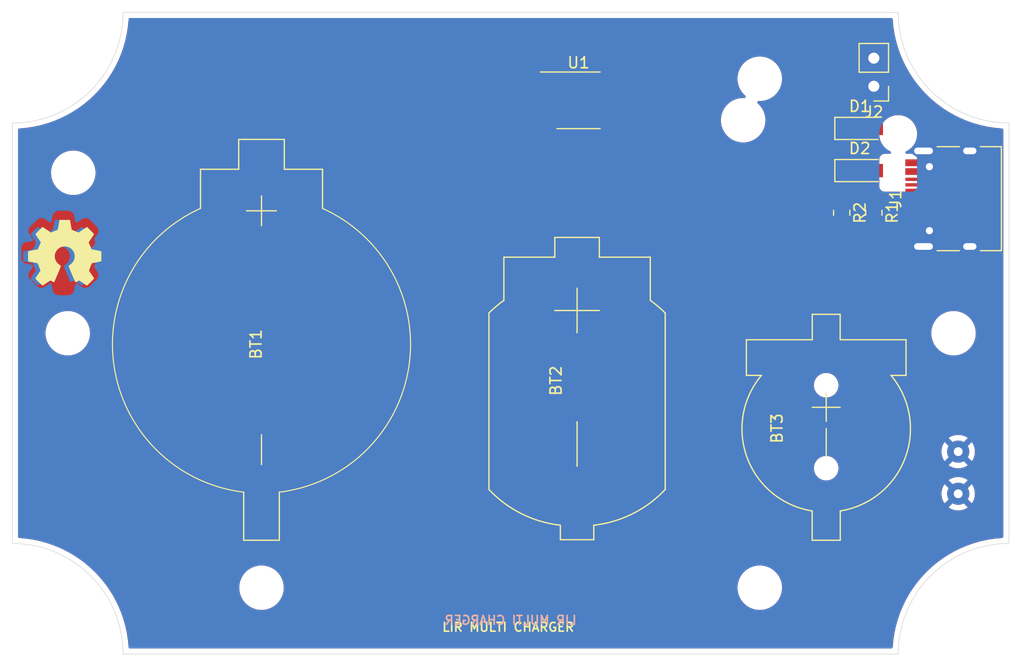
<source format=kicad_pcb>
(kicad_pcb (version 20211014) (generator pcbnew)
  (title_block (title "MCU PROTO 100x68") (company "Galopago"))
  (layers (0 "F.Cu" signal) (31 "B.Cu" signal) (34 "B.Paste" user) (35 "F.Paste" user) (36 "B.SilkS" user "B.Silkscreen") (37 "F.SilkS" user "F.Silkscreen") (38 "B.Mask" user) (39 "F.Mask" user) (44 "Edge.Cuts" user))
  (net 0 "")
  (net 3 "Net-(J11-Pad1)")
  (net 8 "Net-(D1-Pad2)")
  (net 9 "Net-(D2-Pad2)")
  (net 10 "GND")
  (net 11 "Net-(J1-PadA5)")
  (net 12 "Net-(J1-PadA6)")
  (net 13 "Net-(J1-PadA7)")
  (net 15 "Net-(J1-PadB5)")
  (net 18 "Net-(D2-Pad1)")
  (footprint "MountingHole:MountingHole_3mm" (layer "F.Cu") (at 105 129)
    (fp_text reference "H2" hide)
    (fp_text value "MountingHole")
    (pad "" np_thru_hole circle locked (at 0 0) (size 3 3) (drill 3) (layers *.Cu *.Mask))
  )
  (footprint "MountingHole:MountingHole_3mm" (layer "F.Cu") (at 122.5 152)
    (fp_text reference "H3" hide)
    (fp_text value "MountingHole")
    (pad "" np_thru_hole circle locked (at 0 0) (size 3 3) (drill 3) (layers *.Cu *.Mask))
  )
  (footprint "MountingHole:MountingHole_3mm" (layer "F.Cu") (at 185 129)
    (fp_text reference "H5" hide)
    (fp_text value "MountingHole")
    (pad "" np_thru_hole circle locked (at 0 0) (size 3 3) (drill 3) (layers *.Cu *.Mask))
  )
  (footprint "Symbol:OSHW-Symbol_6.7x6mm_SilkScreen" (layer "F.Cu") (at 104.71912 121.73712)
    (fp_text reference "REF**" hide)
    (fp_text value "OSHW-Symbol_6.7x6mm_SilkScreen" hide)
    (fp_poly (pts (xy 0.555814 -2.531069) (xy 0.639635 -2.086445) (xy 0.94892 -1.958947) (xy 1.258206 -1.831449) (xy 1.629246 -2.083754) (xy 1.733157 -2.154004) (xy 1.827087 -2.216728) (xy 1.906652 -2.269062) (xy 1.96747 -2.308143) (xy 2.005157 -2.331107) (xy 2.015421 -2.336058) (xy 2.03391 -2.323324) (xy 2.07342 -2.288118) (xy 2.129522 -2.234938) (xy 2.197787 -2.168282) (xy 2.273786 -2.092646) (xy 2.353092 -2.012528) (xy 2.431275 -1.932426) (xy 2.503907 -1.856836) (xy 2.566559 -1.790255) (xy 2.614803 -1.737182) (xy 2.64421 -1.702113) (xy 2.651241 -1.690377) (xy 2.641123 -1.66874) (xy 2.612759 -1.621338) (xy 2.569129 -1.552807) (xy 2.513218 -1.467785) (xy 2.448006 -1.370907) (xy 2.410219 -1.31565) (xy 2.341343 -1.214752) (xy 2.28014 -1.123701) (xy 2.229578 -1.04703) (xy 2.192628 -0.989272) (xy 2.172258 -0.954957) (xy 2.169197 -0.947746) (xy 2.176136 -0.927252) (xy 2.195051 -0.879487) (xy 2.223087 -0.811168) (xy 2.257391 -0.729011) (xy 2.295109 -0.63973) (xy 2.333387 -0.550042) (xy 2.36937 -0.466662) (xy 2.400206 -0.396306) (xy 2.423039 -0.34569) (xy 2.435017 -0.321529) (xy 2.435724 -0.320578) (xy 2.454531 -0.315964) (xy 2.504618 -0.305672) (xy 2.580793 -0.290713) (xy 2.677865 -0.272099) (xy 2.790643 -0.250841) (xy 2.856442 -0.238582) (xy 2.97695 -0.215638) (xy 3.085797 -0.193805) (xy 3.177476 -0.174278) (xy 3.246481 -0.158252) (xy 3.287304 -0.146921) (xy 3.295511 -0.143326) (xy 3.303548 -0.118994) (xy 3.310033 -0.064041) (xy 3.31497 0.015108) (xy 3.318364 0.112026) (xy 3.320218 0.220287) (xy 3.320538 0.333465) (xy 3.319327 0.445135) (xy 3.31659 0.548868) (xy 3.312331 0.638241) (xy 3.306555 0.706826) (xy 3.299267 0.748197) (xy 3.294895 0.75681) (xy 3.268764 0.767133) (xy 3.213393 0.781892) (xy 3.136107 0.799352) (xy 3.04423 0.81778) (xy 3.012158 0.823741) (xy 2.857524 0.852066) (xy 2.735375 0.874876) (xy 2.641673 0.89308) (xy 2.572384 0.907583) (xy 2.523471 0.919292) (xy 2.490897 0.929115) (xy 2.470628 0.937956) (xy 2.458626 0.946724) (xy 2.456947 0.948457) (xy 2.440184 0.976371) (xy 2.414614 1.030695) (xy 2.382788 1.104777) (xy 2.34726 1.191965) (xy 2.310583 1.285608) (xy 2.275311 1.379052) (xy 2.243996 1.465647) (xy 2.219193 1.53874) (xy 2.203454 1.591678) (xy 2.199332 1.617811) (xy 2.199676 1.618726) (xy 2.213641 1.640086) (xy 2.245322 1.687084) (xy 2.291391 1.754827) (xy 2.348518 1.838423) (xy 2.413373 1.932982) (xy 2.431843 1.959854) (xy 2.497699 2.057275) (xy 2.55565 2.146163) (xy 2.602538 2.221412) (xy 2.635207 2.27792) (xy 2.6505 2.310581) (xy 2.651241 2.314593) (xy 2.638392 2.335684) (xy 2.602888 2.377464) (xy 2.549293 2.435445) (xy 2.482171 2.505135) (xy 2.406087 2.582045) (xy 2.325604 2.661683) (xy 2.245287 2.739561) (xy 2.169699 2.811186) (xy 2.103405 2.87207) (xy 2.050969 2.917721) (xy 2.016955 2.94365) (xy 2.007545 2.947883) (xy 1.985643 2.937912) (xy 1.9408 2.91102) (xy 1.880321 2.871736) (xy 1.833789 2.840117) (xy 1.749475 2.782098) (xy 1.649626 2.713784) (xy 1.549473 2.645579) (xy 1.495627 2.609075) (xy 1.313371 2.4858) (xy 1.160381 2.56852) (xy 1.090682 2.604759) (xy 1.031414 2.632926) (xy 0.991311 2.648991) (xy 0.981103 2.651226) (xy 0.968829 2.634722) (xy 0.944613 2.588082) (xy 0.910263 2.515609) (xy 0.867588 2.421606) (xy 0.818394 2.310374) (xy 0.76449 2.186215) (xy 0.707684 2.053432) (xy 0.649782 1.916327) (xy 0.592593 1.779202) (xy 0.537924 1.646358) (xy 0.487584 1.522098) (xy 0.44338 1.410725) (xy 0.407119 1.316539) (xy 0.380609 1.243844) (xy 0.365658 1.196941) (xy 0.363254 1.180833) (xy 0.382311 1.160286) (xy 0.424036 1.126933) (xy 0.479706 1.087702) (xy 0.484378 1.084599) (xy 0.628264 0.969423) (xy 0.744283 0.835053) (xy 0.83143 0.685784) (xy 0.888699 0.525913) (xy 0.915086 0.359737) (xy 0.909585 0.191552) (xy 0.87119 0.025655) (xy 0.798895 -0.133658) (xy 0.777626 -0.168513) (xy 0.666996 -0.309263) (xy 0.536302 -0.422286) (xy 0.390064 -0.506997) (xy 0.232808 -0.562806) (xy 0.069057 -0.589126) (xy -0.096667 -0.58537) (xy -0.259838 -0.55095) (xy -0.415935 -0.485277) (xy -0.560433 -0.387765) (xy -0.605131 -0.348187) (xy -0.718888 -0.224297) (xy -0.801782 -0.093876) (xy -0.858644 0.052315) (xy -0.890313 0.197088) (xy -0.898131 0.35986) (xy -0.872062 0.52344) (xy -0.814755 0.682298) (xy -0.728856 0.830906) (xy -0.617014 0.963735) (xy -0.481877 1.075256) (xy -0.464117 1.087011) (xy -0.40785 1.125508) (xy -0.365077 1.158863) (xy -0.344628 1.18016) (xy -0.344331 1.180833) (xy -0.348721 1.203871) (xy -0.366124 1.256157) (xy -0.394732 1.33339) (xy -0.432735 1.431268) (xy -0.478326 1.545491) (xy -0.529697 1.671758) (xy -0.585038 1.805767) (xy -0.642542 1.943218) (xy -0.700399 2.079808) (xy -0.756802 2.211237) (xy -0.809942 2.333205) (xy -0.85801 2.441409) (xy -0.899199 2.531549) (xy -0.931699 2.599323) (xy -0.953703 2.64043) (xy -0.962564 2.651226) (xy -0.98964 2.642819) (xy -1.040303 2.620272) (xy -1.105817 2.587613) (xy -1.141841 2.56852) (xy -1.294832 2.4858) (xy -1.477088 2.609075) (xy -1.570125 2.672228) (xy -1.671985 2.741727) (xy -1.767438 2.807165) (xy -1.81525 2.840117) (xy -1.882495 2.885273) (xy -1.939436 2.921057) (xy -1.978646 2.942938) (xy -1.991381 2.947563) (xy -2.009917 2.935085) (xy -2.050941 2.900252) (xy -2.110475 2.846678) (xy -2.184542 2.777983) (xy -2.269165 2.697781) (xy -2.322685 2.646286) (xy -2.416319 2.554286) (xy -2.497241 2.471999) (xy -2.562177 2.402945) (xy -2.607858 2.350644) (xy -2.631011 2.318616) (xy -2.633232 2.312116) (xy -2.622924 2.287394) (xy -2.594439 2.237405) (xy -2.550937 2.167212) (xy -2.495577 2.081875) (xy -2.43152 1.986456) (xy -2.413303 1.959854) (xy -2.346927 1.863167) (xy -2.287378 1.776117) (xy -2.237984 1.703595) (xy -2.202075 1.650493) (xy -2.182981 1.621703) (xy -2.181136 1.618726) (xy -2.183895 1.595782) (xy -2.198538 1.545336) (xy -2.222513 1.474041) (xy -2.253266 1.388547) (xy -2.288244 1.295507) (xy -2.324893 1.201574) (xy -2.360661 1.113399) (xy -2.392994 1.037634) (xy -2.419338 0.980931) (xy -2.437142 0.949943) (xy -2.438407 0.948457) (xy -2.449294 0.939601) (xy -2.467682 0.930843) (xy -2.497606 0.921277) (xy -2.543103 0.909996) (xy -2.608209 0.896093) (xy -2.696961 0.878663) (xy -2.813393 0.856798) (xy -2.961542 0.829591) (xy -2.993618 0.823741) (xy -3.088686 0.805374) (xy -3.171565 0.787405) (xy -3.23493 0.771569) (xy -3.271458 0.7596) (xy -3.276356 0.75681) (xy -3.284427 0.732072) (xy -3.290987 0.67679) (xy -3.296033 0.597389) (xy -3.299559 0.500296) (xy -3.301561 0.391938) (xy -3.302036 0.27874) (xy -3.300977 0.167128) (xy -3.298382 0.063529) (xy -3.294246 -0.025632) (xy -3.288563 -0.093928) (xy -3.281331 -0.134934) (xy -3.276971 -0.143326) (xy -3.252698 -0.151792) (xy -3.197426 -0.165565) (xy -3.116662 -0.18345) (xy -3.015912 -0.204252) (xy -2.900683 -0.226777) (xy -2.837902 -0.238582) (xy -2.718787 -0.260849) (xy -2.612565 -0.281021) (xy -2.524427 -0.298085) (xy -2.459566 -0.311031) (xy -2.423174 -0.318845) (xy -2.417184 -0.320578) (xy -2.407061 -0.34011) (xy -2.385662 -0.387157) (xy -2.355839 -0.454997) (xy -2.320445 -0.536909) (xy -2.282332 -0.626172) (xy -2.244353 -0.716065) (xy -2.20936 -0.799865) (xy -2.180206 -0.870853) (xy -2.159743 -0.922306) (xy -2.150823 -0.947503) (xy -2.150657 -0.948604) (xy -2.160769 -0.968481) (xy -2.189117 -1.014223) (xy -2.232723 -1.081283) (xy -2.288606 -1.165116) (xy -2.353787 -1.261174) (xy -2.391679 -1.31635) (xy -2.460725 -1.417519) (xy -2.52205 -1.50937) (xy -2.572663 -1.587256) (xy -2.609571 -1.646531) (xy -2.629782 -1.682549) (xy -2.632701 -1.690623) (xy -2.620153 -1.709416) (xy -2.585463 -1.749543) (xy -2.533063 -1.806507) (xy -2.467384 -1.875815) (xy -2.392856 -1.952969) (xy -2.313913 -2.033475) (xy -2.234983 -2.112837) (xy -2.1605 -2.18656) (xy -2.094894 -2.250148) (xy -2.042596 -2.299106) (xy -2.008039 -2.328939) (xy -1.996478 -2.336058) (xy -1.977654 -2.326047) (xy -1.932631 -2.297922) (xy -1.865787 -2.254546) (xy -1.781499 -2.198782) (xy -1.684144 -2.133494) (xy -1.610707 -2.083754) (xy -1.239667 -1.831449) (xy -0.621095 -2.086445) (xy -0.537275 -2.531069) (xy -0.453454 -2.975693) (xy 0.471994 -2.975693) (xy 0.555814 -2.531069)) (layer "F.SilkS") (width 0.01) (fill solid))
  )
  (footprint "MountingHole:MountingHole_3mm" (layer "F.Cu") (at 167.5 152)
    (fp_text reference "H6" hide)
    (fp_text value "MountingHole")
    (pad "" np_thru_hole circle locked (at 0 0) (size 3 3) (drill 3) (layers *.Cu *.Mask))
  )
  (footprint "Connector_Wire:SolderWirePad_1x01_Drill0.8mm" (layer "F.Cu") (at 185.42 139.7)
    (fp_text reference "J11" hide)
    (fp_text value "Conn_01x01_Male" hide)
    (pad "1" thru_hole circle locked (at 0 0) (size 1.99898 1.99898) (drill 0.8001) (layers *.Cu *.Mask) (net 3 "Net-(J11-Pad1)"))
  )
  (footprint "Connector_Wire:SolderWirePad_1x01_Drill0.8mm" (layer "F.Cu") (at 185.42 143.51)
    (fp_text reference "J12" hide)
    (fp_text value "Conn_01x01_Male" hide)
    (pad "1" thru_hole circle locked (at 0 0) (size 1.99898 1.99898) (drill 0.8001) (layers *.Cu *.Mask) (net 3 "Net-(J11-Pad1)"))
  )
  (footprint "MountingHole:MountingHole_3mm" (layer "F.Cu") (at 167.5 106)
    (fp_text reference "H4" hide)
    (fp_text value "MountingHole")
    (pad "" np_thru_hole circle locked (at 0 0) (size 3 3) (drill 3) (layers *.Cu *.Mask))
  )
  (footprint "MountingHole:MountingHole_3mm" (layer "F.Cu") (at 105.5 114.5)
    (fp_text reference "H2" hide)
    (fp_text value "MountingHole")
    (pad "" np_thru_hole circle locked (at 0 0) (size 3 3) (drill 3) (layers *.Cu *.Mask))
  )
  (footprint "MountingHole:MountingHole_3mm" (layer "F.Cu") (at 166 109.75)
    (fp_text reference "H4" hide)
    (fp_text value "MountingHole")
    (pad "" np_thru_hole circle locked (at 0 0) (size 3 3) (drill 3) (layers *.Cu *.Mask))
  )
  (footprint "Diode_SMD:D_SOD-123" (layer "F.Cu") (at 176.53 110.49)
    (fp_text reference "D1" (at 0 -2) (layer "F.SilkS"))
    (fp_text value "D_Schottky")
    (fp_line (start -2.25 1) (end 1.65 1) (layer "F.SilkS") (width 0.12))
    (fp_line (start -2.25 -1) (end 1.65 -1) (layer "F.SilkS") (width 0.12))
    (fp_line (start -2.25 -1) (end -2.25 1) (layer "F.SilkS") (width 0.12))
    (pad "1" smd rect (at -1.65 0) (size 0.9 1.2) (layers "F.Cu" "F.Paste" "F.Mask") (net 18 "Net-(D2-Pad1)"))
    (pad "2" smd rect (at 1.65 0) (size 0.9 1.2) (layers "F.Cu" "F.Paste" "F.Mask") (net 8 "Net-(D1-Pad2)"))
  )
  (footprint "Battery_Coin_SMD:CR2032" (layer "F.Cu") (at 151 135.2 90)
    (fp_text reference "BT2" (at 1.905 -1.905 90 unlocked) (layer "F.SilkS"))
    (fp_text value "Battery_Cell")
    (fp_line (start 9.17 -6.61) (end 13.075 -6.61) (layer "F.SilkS") (width 0.12))
    (fp_line (start -12.46 -1.51) (end -11.15 -1.51) (layer "F.SilkS") (width 0.12))
    (fp_line (start -7.92 7.96) (end 8.03 7.96) (layer "F.SilkS") (width 0.12))
    (fp_line (start 9.17 6.61) (end 13.075 6.61) (layer "F.SilkS") (width 0.12))
    (fp_line (start 8.255 -2.01) (end 8.255 2.01) (layer "F.SilkS") (width 0.12))
    (fp_line (start 10.265 0) (end 6.245 0) (layer "F.SilkS") (width 0.12))
    (fp_line (start 14.86 -2.01) (end 14.86 2.01) (layer "F.SilkS") (width 0.12))
    (fp_line (start 13.075 -6.61) (end 13.075 -2.01) (layer "F.SilkS") (width 0.12))
    (fp_line (start 13.075 -2.01) (end 14.86 -2.01) (layer "F.SilkS") (width 0.12))
    (fp_line (start 13.075 2.01) (end 14.86 2.01) (layer "F.SilkS") (width 0.12))
    (fp_line (start -12.46 1.51) (end -11.15 1.51) (layer "F.SilkS") (width 0.12))
    (fp_line (start -12.46 -1.51) (end -12.46 1.51) (layer "F.SilkS") (width 0.12))
    (fp_line (start 13.075 2.01) (end 13.075 6.61) (layer "F.SilkS") (width 0.12))
    (fp_line (start -7.92 -7.96) (end 8.03 -7.96) (layer "F.SilkS") (width 0.12))
    (fp_line (start -1.8 0) (end -5.82 0) (layer "F.SilkS") (width 0.12))
    (fp_arc (start 8.03 -7.96) (mid 8.626226 -7.307146) (end 9.17 -6.61) (layer "F.SilkS") (width 0.12))
    (fp_arc (start 9.17 6.61) (mid 8.626226 7.307146) (end 8.03 7.96) (layer "F.SilkS") (width 0.12))
    (fp_arc (start -7.92 7.96) (mid -10.110912 5.023402) (end -11.15 1.51) (layer "F.SilkS") (width 0.12))
    (fp_arc (start -11.15 -1.51) (mid -10.110912 -5.023402) (end -7.92 -7.96) (layer "F.SilkS") (width 0.12))
    (pad "1" smd rect (at 13 0 90) (size 3.5 3.8) (layers "F.Cu" "F.Paste" "F.Mask"))
    (pad "2" smd rect (at -9.5 0 90) (size 5.7 2.8) (layers "F.Cu" "F.Paste" "F.Mask"))
  )
  (footprint "Connector_PinHeader_2.54mm:PinHeader_1x02_P2.54mm_Vertical" (layer "F.Cu") (at 177.8 106.68 180)
    (fp_text reference "J2" (at 0 -2.33) (layer "F.SilkS"))
    (fp_text value "Conn_01x02_Male")
    (fp_line (start -1.33 0) (end -1.33 -1.33) (layer "F.SilkS") (width 0.12))
    (fp_line (start -1.33 1.27) (end -1.33 3.87) (layer "F.SilkS") (width 0.12))
    (fp_line (start -1.33 -1.33) (end 0 -1.33) (layer "F.SilkS") (width 0.12))
    (fp_line (start -1.33 3.87) (end 1.33 3.87) (layer "F.SilkS") (width 0.12))
    (fp_line (start -1.33 1.27) (end 1.33 1.27) (layer "F.SilkS") (width 0.12))
    (fp_line (start 1.33 1.27) (end 1.33 3.87) (layer "F.SilkS") (width 0.12))
    (pad "1" thru_hole rect (at 0 0 180) (size 1.7 1.7) (drill 1) (layers *.Cu *.Mask) (net 8 "Net-(D1-Pad2)"))
    (pad "2" thru_hole oval (at 0 2.54 180) (size 1.7 1.7) (drill 1) (layers *.Cu *.Mask) (net 10 "GND"))
  )
  (footprint "Battery_Coin_SMD:CR1220" (layer "F.Cu") (at 173.5 137.6 90)
    (fp_text reference "BT3" (at 0 -4.445 90 unlocked) (layer "F.SilkS"))
    (fp_text value "Battery_Cell")
    (fp_line (start 4.79 7.21) (end 4.79 5.85) (layer "F.SilkS") (width 0.12))
    (fp_line (start 4.79 7.21) (end 8.01 7.21) (layer "F.SilkS") (width 0.12))
    (fp_line (start 8.01 1.26) (end 10.31 1.26) (layer "F.SilkS") (width 0.12))
    (fp_line (start 8.01 -7.21) (end 8.01 -1.26) (layer "F.SilkS") (width 0.12))
    (fp_line (start -10.11 1.27) (end -7.46 1.27) (layer "F.SilkS") (width 0.12))
    (fp_line (start 4.79 -5.85) (end 4.79 -7.21) (layer "F.SilkS") (width 0.12))
    (fp_line (start 4.79 -7.21) (end 8.01 -7.21) (layer "F.SilkS") (width 0.12))
    (fp_line (start 10.31 -1.26) (end 10.31 1.26) (layer "F.SilkS") (width 0.12))
    (fp_line (start -0.02 0) (end -2.54 0) (layer "F.SilkS") (width 0.12))
    (fp_line (start 1.905 -1.26) (end 1.905 1.26) (layer "F.SilkS") (width 0.12))
    (fp_line (start -10.11 -1.27) (end -7.46 -1.27) (layer "F.SilkS") (width 0.12))
    (fp_line (start 8.01 -1.26) (end 10.31 -1.26) (layer "F.SilkS") (width 0.12))
    (fp_line (start 8.01 1.26) (end 8.01 7.21) (layer "F.SilkS") (width 0.12))
    (fp_line (start -10.11 -1.27) (end -10.11 1.27) (layer "F.SilkS") (width 0.12))
    (fp_line (start 3.165 0) (end 0.645 0) (layer "F.SilkS") (width 0.12))
    (fp_arc (start 4.79 5.85) (mid -2.670488 7.131994) (end -7.46 1.27) (layer "F.SilkS") (width 0.12))
    (fp_arc (start -7.46 -1.27) (mid -2.670488 -7.131994) (end 4.79 -5.85) (layer "F.SilkS") (width 0.12))
    (pad "" np_thru_hole circle (at 3.9 0 90) (size 1.2 1.2) (drill 1.2) (layers F&B.Cu *.Mask))
    (pad "" np_thru_hole circle (at -3.6 0 90) (size 1.2 1.2) (drill 1.2) (layers F&B.Cu *.Mask))
    (pad "1" smd rect (at 8 0 90) (size 4.4 2.3) (layers "F.Cu" "F.Paste" "F.Mask"))
    (pad "2" smd rect (at -8 0 90) (size 4 2.3) (layers "F.Cu" "F.Paste" "F.Mask"))
  )
  (footprint "Connector_USB:USB_C_Receptacle_HRO_TYPE-C-31-M-12" (layer "F.Cu") (at 185.42 116.84 90)
    (fp_text reference "J1" (at 0 -5.645 90) (layer "F.SilkS"))
    (fp_text value "USB_C_Receptacle_USB2.0")
    (fp_line (start 4.7 2) (end 4.7 3.9) (layer "F.SilkS") (width 0.12))
    (fp_line (start 4.7 -1.9) (end 4.7 0.1) (layer "F.SilkS") (width 0.12))
    (fp_line (start -4.7 -1.9) (end -4.7 0.1) (layer "F.SilkS") (width 0.12))
    (fp_line (start -4.7 3.9) (end 4.7 3.9) (layer "F.SilkS") (width 0.12))
    (fp_line (start -4.7 2) (end -4.7 3.9) (layer "F.SilkS") (width 0.12))
    (pad "" np_thru_hole circle (at -2.89 -2.6 90) (size 0.65 0.65) (drill 0.65) (layers *.Cu *.Mask))
    (pad "" np_thru_hole circle (at 2.89 -2.6 90) (size 0.65 0.65) (drill 0.65) (layers *.Cu *.Mask))
    (pad "A1" smd rect (at -3.25 -4.045 90) (size 0.6 1.45) (layers "F.Cu" "F.Paste" "F.Mask") (net 10 "GND"))
    (pad "A4" smd rect (at -2.45 -4.045 90) (size 0.6 1.45) (layers "F.Cu" "F.Paste" "F.Mask") (net 9 "Net-(D2-Pad2)"))
    (pad "A5" smd rect (at -1.25 -4.045 90) (size 0.3 1.45) (layers "F.Cu" "F.Paste" "F.Mask") (net 11 "Net-(J1-PadA5)"))
    (pad "A6" smd rect (at -0.25 -4.045 90) (size 0.3 1.45) (layers "F.Cu" "F.Paste" "F.Mask") (net 12 "Net-(J1-PadA6)"))
    (pad "A7" smd rect (at 0.25 -4.045 90) (size 0.3 1.45) (layers "F.Cu" "F.Paste" "F.Mask") (net 13 "Net-(J1-PadA7)"))
    (pad "A8" smd rect (at 1.25 -4.045 90) (size 0.3 1.45) (layers "F.Cu" "F.Paste" "F.Mask"))
    (pad "A9" smd rect (at 2.45 -4.045 90) (size 0.6 1.45) (layers "F.Cu" "F.Paste" "F.Mask") (net 9 "Net-(D2-Pad2)"))
    (pad "A12" smd rect (at 3.25 -4.045 90) (size 0.6 1.45) (layers "F.Cu" "F.Paste" "F.Mask") (net 10 "GND"))
    (pad "B1" smd rect (at 3.25 -4.045 90) (size 0.6 1.45) (layers "F.Cu" "F.Paste" "F.Mask") (net 10 "GND"))
    (pad "B4" smd rect (at 2.45 -4.045 90) (size 0.6 1.45) (layers "F.Cu" "F.Paste" "F.Mask") (net 9 "Net-(D2-Pad2)"))
    (pad "B5" smd rect (at 1.75 -4.045 90) (size 0.3 1.45) (layers "F.Cu" "F.Paste" "F.Mask") (net 15 "Net-(J1-PadB5)"))
    (pad "B6" smd rect (at 0.75 -4.045 90) (size 0.3 1.45) (layers "F.Cu" "F.Paste" "F.Mask") (net 12 "Net-(J1-PadA6)"))
    (pad "B7" smd rect (at -0.75 -4.045 90) (size 0.3 1.45) (layers "F.Cu" "F.Paste" "F.Mask") (net 13 "Net-(J1-PadA7)"))
    (pad "B8" smd rect (at -1.75 -4.045 90) (size 0.3 1.45) (layers "F.Cu" "F.Paste" "F.Mask"))
    (pad "B9" smd rect (at -2.45 -4.045 90) (size 0.6 1.45) (layers "F.Cu" "F.Paste" "F.Mask") (net 9 "Net-(D2-Pad2)"))
    (pad "B12" smd rect (at -3.25 -4.045 90) (size 0.6 1.45) (layers "F.Cu" "F.Paste" "F.Mask") (net 10 "GND"))
    (pad "S1" thru_hole oval (at -4.32 -3.13 90) (size 1 2.1) (drill oval 0.6 1.7) (layers *.Cu *.Mask))
    (pad "S1" thru_hole oval (at 4.32 -3.13 90) (size 1 2.1) (drill oval 0.6 1.7) (layers *.Cu *.Mask))
    (pad "S1" thru_hole oval (at -4.32 1.05 90) (size 1 1.6) (drill oval 0.6 1.2) (layers *.Cu *.Mask))
    (pad "S1" thru_hole oval (at 4.32 1.05 90) (size 1 1.6) (drill oval 0.6 1.2) (layers *.Cu *.Mask))
  )
  (footprint "Battery_Coin_SMD:CR2450" (layer "F.Cu") (at 122.5 130 90)
    (fp_text reference "BT1" (at 0 -0.5 90 unlocked) (layer "F.SilkS"))
    (fp_text value "Battery_Cell")
    (fp_line (start 15.819 -2.06) (end 18.519 -2.06) (layer "F.SilkS") (width 0.12))
    (fp_line (start 10.715 0) (end 13.415 0) (layer "F.SilkS") (width 0.12))
    (fp_line (start 15.819 2.06) (end 15.819 5.51) (layer "F.SilkS") (width 0.12))
    (fp_line (start 15.819 -5.51) (end 15.819 -2.06) (layer "F.SilkS") (width 0.12))
    (fp_line (start 12.281 -5.51) (end 15.819 -5.51) (layer "F.SilkS") (width 0.12))
    (fp_line (start 15.819 2.06) (end 18.519 2.06) (layer "F.SilkS") (width 0.12))
    (fp_line (start -17.71 -1.61) (end -17.71 1.61) (layer "F.SilkS") (width 0.12))
    (fp_line (start -10.875 0) (end -8.175 0) (layer "F.SilkS") (width 0.12))
    (fp_line (start -17.71 -1.61) (end -13.363 -1.61) (layer "F.SilkS") (width 0.12))
    (fp_line (start 12.065 -1.35) (end 12.065 1.35) (layer "F.SilkS") (width 0.12))
    (fp_line (start -17.71 1.61) (end -13.363 1.61) (layer "F.SilkS") (width 0.12))
    (fp_line (start 18.519 -2.06) (end 18.519 2.06) (layer "F.SilkS") (width 0.12))
    (fp_line (start 12.281 5.51) (end 15.819 5.51) (layer "F.SilkS") (width 0.12))
    (fp_arc (start 12.280364 5.51) (mid -2.023662 13.306742) (end -13.363 1.61) (layer "F.SilkS") (width 0.1))
    (fp_arc (start -13.363 -1.61) (mid -2.023344 -13.306984) (end 12.281 -5.51) (layer "F.SilkS") (width 0.1))
    (pad "1" smd rect (at 16.259 0 90) (size 4.3 3.9) (layers "F.Cu" "F.Paste" "F.Mask"))
    (pad "2" smd rect (at -14.35 0 90) (size 6.5 3) (layers "F.Cu" "F.Paste" "F.Mask"))
  )
  (footprint "Package_SO:SOP-8_3.9x4.9mm_P1.27mm" (layer "F.Cu") (at 151.13 107.95)
    (fp_text reference "U1" (at 0 -3.4) (layer "F.SilkS"))
    (fp_text value "TP4056")
    (fp_line (start 0 -2.56) (end 1.95 -2.56) (layer "F.SilkS") (width 0.12))
    (fp_line (start 0 2.56) (end 1.95 2.56) (layer "F.SilkS") (width 0.12))
    (fp_line (start 0 -2.56) (end -3.45 -2.56) (layer "F.SilkS") (width 0.12))
    (fp_line (start 0 2.56) (end -1.95 2.56) (layer "F.SilkS") (width 0.12))
    (pad "1" smd roundrect (at -2.625 -1.905) (size 1.65 0.6) (layers "F.Cu" "F.Paste" "F.Mask"))
    (pad "2" smd roundrect (at -2.625 -0.635) (size 1.65 0.6) (layers "F.Cu" "F.Paste" "F.Mask"))
    (pad "3" smd roundrect (at -2.625 0.635) (size 1.65 0.6) (layers "F.Cu" "F.Paste" "F.Mask"))
    (pad "4" smd roundrect (at -2.625 1.905) (size 1.65 0.6) (layers "F.Cu" "F.Paste" "F.Mask"))
    (pad "5" smd roundrect (at 2.625 1.905) (size 1.65 0.6) (layers "F.Cu" "F.Paste" "F.Mask"))
    (pad "6" smd roundrect (at 2.625 0.635) (size 1.65 0.6) (layers "F.Cu" "F.Paste" "F.Mask"))
    (pad "7" smd roundrect (at 2.625 -0.635) (size 1.65 0.6) (layers "F.Cu" "F.Paste" "F.Mask"))
    (pad "8" smd roundrect (at 2.625 -1.905) (size 1.65 0.6) (layers "F.Cu" "F.Paste" "F.Mask"))
  )
  (footprint "Resistor_SMD:R_0805_2012Metric_Pad1.20x1.40mm_HandSolder" (layer "F.Cu") (at 177.8 118.11 -90)
    (fp_text reference "R1" (at 0 -1.65 90) (layer "F.SilkS"))
    (fp_text value "5.1K")
    (fp_line (start -0.227064 -0.735) (end 0.227064 -0.735) (layer "F.SilkS") (width 0.12))
    (fp_line (start -0.227064 0.735) (end 0.227064 0.735) (layer "F.SilkS") (width 0.12))
    (pad "1" smd roundrect (at -1 0 270) (size 1.2 1.4) (layers "F.Cu" "F.Paste" "F.Mask") (roundrect_rratio 0.208333) (net 15 "Net-(J1-PadB5)"))
    (pad "2" smd roundrect (at 1 0 270) (size 1.2 1.4) (layers "F.Cu" "F.Paste" "F.Mask") (roundrect_rratio 0.208333) (net 10 "GND"))
  )
  (footprint "Diode_SMD:D_SOD-123" (layer "F.Cu") (at 176.53 114.3)
    (fp_text reference "D2" (at 0 -2) (layer "F.SilkS"))
    (fp_text value "D_Schottky")
    (fp_line (start -2.25 1) (end 1.65 1) (layer "F.SilkS") (width 0.12))
    (fp_line (start -2.25 -1) (end 1.65 -1) (layer "F.SilkS") (width 0.12))
    (fp_line (start -2.25 -1) (end -2.25 1) (layer "F.SilkS") (width 0.12))
    (pad "1" smd rect (at -1.65 0) (size 0.9 1.2) (layers "F.Cu" "F.Paste" "F.Mask") (net 18 "Net-(D2-Pad1)"))
    (pad "2" smd rect (at 1.65 0) (size 0.9 1.2) (layers "F.Cu" "F.Paste" "F.Mask") (net 9 "Net-(D2-Pad2)"))
  )
  (footprint "Resistor_SMD:R_0805_2012Metric_Pad1.20x1.40mm_HandSolder" (layer "F.Cu") (at 174.9 118.11 -90)
    (fp_text reference "R2" (at 0 -1.65 90) (layer "F.SilkS"))
    (fp_text value "5.1K")
    (fp_line (start -0.227064 -0.735) (end 0.227064 -0.735) (layer "F.SilkS") (width 0.12))
    (fp_line (start -0.227064 0.735) (end 0.227064 0.735) (layer "F.SilkS") (width 0.12))
    (pad "1" smd roundrect (at -1 0 270) (size 1.2 1.4) (layers "F.Cu" "F.Paste" "F.Mask") (roundrect_rratio 0.208333) (net 11 "Net-(J1-PadA5)"))
    (pad "2" smd roundrect (at 1 0 270) (size 1.2 1.4) (layers "F.Cu" "F.Paste" "F.Mask") (roundrect_rratio 0.208333) (net 10 "GND"))
  )
  (footprint "Symbol:OSHW-Symbol_6.7x6mm_Copper" (layer "B.Cu") (at 104.30256 121.73712 180)
    (fp_text reference "REF**" hide)
    (fp_text value "OSHW-Symbol_6.7x6mm_Copper" hide)
    (fp_poly (pts (xy 0.555814 2.531069) (xy 0.639635 2.086445) (xy 0.94892 1.958947) (xy 1.258206 1.831449) (xy 1.629246 2.083754) (xy 1.733157 2.154004) (xy 1.827087 2.216728) (xy 1.906652 2.269062) (xy 1.96747 2.308143) (xy 2.005157 2.331107) (xy 2.015421 2.336058) (xy 2.03391 2.323324) (xy 2.07342 2.288118) (xy 2.129522 2.234938) (xy 2.197787 2.168282) (xy 2.273786 2.092646) (xy 2.353092 2.012528) (xy 2.431275 1.932426) (xy 2.503907 1.856836) (xy 2.566559 1.790255) (xy 2.614803 1.737182) (xy 2.64421 1.702113) (xy 2.651241 1.690377) (xy 2.641123 1.66874) (xy 2.612759 1.621338) (xy 2.569129 1.552807) (xy 2.513218 1.467785) (xy 2.448006 1.370907) (xy 2.410219 1.31565) (xy 2.341343 1.214752) (xy 2.28014 1.123701) (xy 2.229578 1.04703) (xy 2.192628 0.989272) (xy 2.172258 0.954957) (xy 2.169197 0.947746) (xy 2.176136 0.927252) (xy 2.195051 0.879487) (xy 2.223087 0.811168) (xy 2.257391 0.729011) (xy 2.295109 0.63973) (xy 2.333387 0.550042) (xy 2.36937 0.466662) (xy 2.400206 0.396306) (xy 2.423039 0.34569) (xy 2.435017 0.321529) (xy 2.435724 0.320578) (xy 2.454531 0.315964) (xy 2.504618 0.305672) (xy 2.580793 0.290713) (xy 2.677865 0.272099) (xy 2.790643 0.250841) (xy 2.856442 0.238582) (xy 2.97695 0.215638) (xy 3.085797 0.193805) (xy 3.177476 0.174278) (xy 3.246481 0.158252) (xy 3.287304 0.146921) (xy 3.295511 0.143326) (xy 3.303548 0.118994) (xy 3.310033 0.064041) (xy 3.31497 -0.015108) (xy 3.318364 -0.112026) (xy 3.320218 -0.220287) (xy 3.320538 -0.333465) (xy 3.319327 -0.445135) (xy 3.31659 -0.548868) (xy 3.312331 -0.638241) (xy 3.306555 -0.706826) (xy 3.299267 -0.748197) (xy 3.294895 -0.75681) (xy 3.268764 -0.767133) (xy 3.213393 -0.781892) (xy 3.136107 -0.799352) (xy 3.04423 -0.81778) (xy 3.012158 -0.823741) (xy 2.857524 -0.852066) (xy 2.735375 -0.874876) (xy 2.641673 -0.89308) (xy 2.572384 -0.907583) (xy 2.523471 -0.919292) (xy 2.490897 -0.929115) (xy 2.470628 -0.937956) (xy 2.458626 -0.946724) (xy 2.456947 -0.948457) (xy 2.440184 -0.976371) (xy 2.414614 -1.030695) (xy 2.382788 -1.104777) (xy 2.34726 -1.191965) (xy 2.310583 -1.285608) (xy 2.275311 -1.379052) (xy 2.243996 -1.465647) (xy 2.219193 -1.53874) (xy 2.203454 -1.591678) (xy 2.199332 -1.617811) (xy 2.199676 -1.618726) (xy 2.213641 -1.640086) (xy 2.245322 -1.687084) (xy 2.291391 -1.754827) (xy 2.348518 -1.838423) (xy 2.413373 -1.932982) (xy 2.431843 -1.959854) (xy 2.497699 -2.057275) (xy 2.55565 -2.146163) (xy 2.602538 -2.221412) (xy 2.635207 -2.27792) (xy 2.6505 -2.310581) (xy 2.651241 -2.314593) (xy 2.638392 -2.335684) (xy 2.602888 -2.377464) (xy 2.549293 -2.435445) (xy 2.482171 -2.505135) (xy 2.406087 -2.582045) (xy 2.325604 -2.661683) (xy 2.245287 -2.739561) (xy 2.169699 -2.811186) (xy 2.103405 -2.87207) (xy 2.050969 -2.917721) (xy 2.016955 -2.94365) (xy 2.007545 -2.947883) (xy 1.985643 -2.937912) (xy 1.9408 -2.91102) (xy 1.880321 -2.871736) (xy 1.833789 -2.840117) (xy 1.749475 -2.782098) (xy 1.649626 -2.713784) (xy 1.549473 -2.645579) (xy 1.495627 -2.609075) (xy 1.313371 -2.4858) (xy 1.160381 -2.56852) (xy 1.090682 -2.604759) (xy 1.031414 -2.632926) (xy 0.991311 -2.648991) (xy 0.981103 -2.651226) (xy 0.968829 -2.634722) (xy 0.944613 -2.588082) (xy 0.910263 -2.515609) (xy 0.867588 -2.421606) (xy 0.818394 -2.310374) (xy 0.76449 -2.186215) (xy 0.707684 -2.053432) (xy 0.649782 -1.916327) (xy 0.592593 -1.779202) (xy 0.537924 -1.646358) (xy 0.487584 -1.522098) (xy 0.44338 -1.410725) (xy 0.407119 -1.316539) (xy 0.380609 -1.243844) (xy 0.365658 -1.196941) (xy 0.363254 -1.180833) (xy 0.382311 -1.160286) (xy 0.424036 -1.126933) (xy 0.479706 -1.087702) (xy 0.484378 -1.084599) (xy 0.628264 -0.969423) (xy 0.744283 -0.835053) (xy 0.83143 -0.685784) (xy 0.888699 -0.525913) (xy 0.915086 -0.359737) (xy 0.909585 -0.191552) (xy 0.87119 -0.025655) (xy 0.798895 0.133658) (xy 0.777626 0.168513) (xy 0.666996 0.309263) (xy 0.536302 0.422286) (xy 0.390064 0.506997) (xy 0.232808 0.562806) (xy 0.069057 0.589126) (xy -0.096667 0.58537) (xy -0.259838 0.55095) (xy -0.415935 0.485277) (xy -0.560433 0.387765) (xy -0.605131 0.348187) (xy -0.718888 0.224297) (xy -0.801782 0.093876) (xy -0.858644 -0.052315) (xy -0.890313 -0.197088) (xy -0.898131 -0.35986) (xy -0.872062 -0.52344) (xy -0.814755 -0.682298) (xy -0.728856 -0.830906) (xy -0.617014 -0.963735) (xy -0.481877 -1.075256) (xy -0.464117 -1.087011) (xy -0.40785 -1.125508) (xy -0.365077 -1.158863) (xy -0.344628 -1.18016) (xy -0.344331 -1.180833) (xy -0.348721 -1.203871) (xy -0.366124 -1.256157) (xy -0.394732 -1.33339) (xy -0.432735 -1.431268) (xy -0.478326 -1.545491) (xy -0.529697 -1.671758) (xy -0.585038 -1.805767) (xy -0.642542 -1.943218) (xy -0.700399 -2.079808) (xy -0.756802 -2.211237) (xy -0.809942 -2.333205) (xy -0.85801 -2.441409) (xy -0.899199 -2.531549) (xy -0.931699 -2.599323) (xy -0.953703 -2.64043) (xy -0.962564 -2.651226) (xy -0.98964 -2.642819) (xy -1.040303 -2.620272) (xy -1.105817 -2.587613) (xy -1.141841 -2.56852) (xy -1.294832 -2.4858) (xy -1.477088 -2.609075) (xy -1.570125 -2.672228) (xy -1.671985 -2.741727) (xy -1.767438 -2.807165) (xy -1.81525 -2.840117) (xy -1.882495 -2.885273) (xy -1.939436 -2.921057) (xy -1.978646 -2.942938) (xy -1.991381 -2.947563) (xy -2.009917 -2.935085) (xy -2.050941 -2.900252) (xy -2.110475 -2.846678) (xy -2.184542 -2.777983) (xy -2.269165 -2.697781) (xy -2.322685 -2.646286) (xy -2.416319 -2.554286) (xy -2.497241 -2.471999) (xy -2.562177 -2.402945) (xy -2.607858 -2.350644) (xy -2.631011 -2.318616) (xy -2.633232 -2.312116) (xy -2.622924 -2.287394) (xy -2.594439 -2.237405) (xy -2.550937 -2.167212) (xy -2.495577 -2.081875) (xy -2.43152 -1.986456) (xy -2.413303 -1.959854) (xy -2.346927 -1.863167) (xy -2.287378 -1.776117) (xy -2.237984 -1.703595) (xy -2.202075 -1.650493) (xy -2.182981 -1.621703) (xy -2.181136 -1.618726) (xy -2.183895 -1.595782) (xy -2.198538 -1.545336) (xy -2.222513 -1.474041) (xy -2.253266 -1.388547) (xy -2.288244 -1.295507) (xy -2.324893 -1.201574) (xy -2.360661 -1.113399) (xy -2.392994 -1.037634) (xy -2.419338 -0.980931) (xy -2.437142 -0.949943) (xy -2.438407 -0.948457) (xy -2.449294 -0.939601) (xy -2.467682 -0.930843) (xy -2.497606 -0.921277) (xy -2.543103 -0.909996) (xy -2.608209 -0.896093) (xy -2.696961 -0.878663) (xy -2.813393 -0.856798) (xy -2.961542 -0.829591) (xy -2.993618 -0.823741) (xy -3.088686 -0.805374) (xy -3.171565 -0.787405) (xy -3.23493 -0.771569) (xy -3.271458 -0.7596) (xy -3.276356 -0.75681) (xy -3.284427 -0.732072) (xy -3.290987 -0.67679) (xy -3.296033 -0.597389) (xy -3.299559 -0.500296) (xy -3.301561 -0.391938) (xy -3.302036 -0.27874) (xy -3.300977 -0.167128) (xy -3.298382 -0.063529) (xy -3.294246 0.025632) (xy -3.288563 0.093928) (xy -3.281331 0.134934) (xy -3.276971 0.143326) (xy -3.252698 0.151792) (xy -3.197426 0.165565) (xy -3.116662 0.18345) (xy -3.015912 0.204252) (xy -2.900683 0.226777) (xy -2.837902 0.238582) (xy -2.718787 0.260849) (xy -2.612565 0.281021) (xy -2.524427 0.298085) (xy -2.459566 0.311031) (xy -2.423174 0.318845) (xy -2.417184 0.320578) (xy -2.407061 0.34011) (xy -2.385662 0.387157) (xy -2.355839 0.454997) (xy -2.320445 0.536909) (xy -2.282332 0.626172) (xy -2.244353 0.716065) (xy -2.20936 0.799865) (xy -2.180206 0.870853) (xy -2.159743 0.922306) (xy -2.150823 0.947503) (xy -2.150657 0.948604) (xy -2.160769 0.968481) (xy -2.189117 1.014223) (xy -2.232723 1.081283) (xy -2.288606 1.165116) (xy -2.353787 1.261174) (xy -2.391679 1.31635) (xy -2.460725 1.417519) (xy -2.52205 1.50937) (xy -2.572663 1.587256) (xy -2.609571 1.646531) (xy -2.629782 1.682549) (xy -2.632701 1.690623) (xy -2.620153 1.709416) (xy -2.585463 1.749543) (xy -2.533063 1.806507) (xy -2.467384 1.875815) (xy -2.392856 1.952969) (xy -2.313913 2.033475) (xy -2.234983 2.112837) (xy -2.1605 2.18656) (xy -2.094894 2.250148) (xy -2.042596 2.299106) (xy -2.008039 2.328939) (xy -1.996478 2.336058) (xy -1.977654 2.326047) (xy -1.932631 2.297922) (xy -1.865787 2.254546) (xy -1.781499 2.198782) (xy -1.684144 2.133494) (xy -1.610707 2.083754) (xy -1.239667 1.831449) (xy -0.621095 2.086445) (xy -0.537275 2.531069) (xy -0.453454 2.975693) (xy 0.471994 2.975693) (xy 0.555814 2.531069)) (layer "B.Cu") (width 0.01) (fill solid))
  )
  (gr_arc (start 190 110) (mid 182.928932 107.071068) (end 180 100) (layer "Edge.Cuts") (width 0.05))
  (gr_line (start 110 100) (end 180 100) (layer "Edge.Cuts") (width 0.05))
  (gr_arc (start 180 158) (mid 182.928932 150.928932) (end 190 148) (layer "Edge.Cuts") (width 0.05))
  (gr_line (start 110 158) (end 180 158) (layer "Edge.Cuts") (width 0.05))
  (gr_line (start 100 110) (end 100 148) (layer "Edge.Cuts") (width 0.05))
  (gr_arc (start 110 100) (mid 107.071068 107.071068) (end 100 110) (layer "Edge.Cuts") (width 0.05))
  (gr_line (start 190 110) (end 190 148) (layer "Edge.Cuts") (width 0.05))
  (gr_arc (start 100 148) (mid 107.071068 150.928932) (end 110 158) (layer "Edge.Cuts") (width 0.05))
  (gr_text "LIR MULTI CHARGER" (at 145 154.94) (layer "B.SilkS") (effects (font (size 0.8 0.8)) (justify mirror)))
  (gr_text "LIR MULTI CHARGER\n\n" (at 144.78 156.21) (layer "F.SilkS") (effects (font (size 0.8 0.8))))
  (zone (net 3) (net_name "Net-(J11-Pad1)") (layer "F.Cu") (connect_pads (clearance 0.508)) (min_thickness 0.254) (fill yes (thermal_gap 0.508) (thermal_bridge_width 0.508))
    (polygon (pts (xy 190.2841 158.9786) (xy 99.3648 158.4325) (xy 99.314 99.441) (xy 190.6143 98.8822)))
  )
  (zone (net 3) (net_name "Net-(J11-Pad1)") (layer "B.Cu") (connect_pads (clearance 0.508)) (min_thickness 0.254) (fill yes (thermal_gap 0.508) (thermal_bridge_width 0.508))
    (polygon (pts (xy 190.5254 98.9203) (xy 190.2841 158.9151) (xy 99.2632 158.3436) (xy 98.8822 98.9076)))
  )
)
</source>
